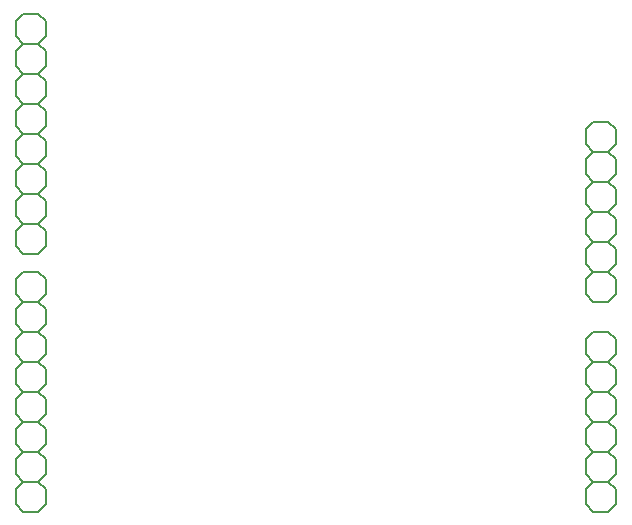
<source format=gbr>
G04 EAGLE Gerber RS-274X export*
G75*
%MOMM*%
%FSLAX34Y34*%
%LPD*%
%INSilkscreen Bottom*%
%IPPOS*%
%AMOC8*
5,1,8,0,0,1.08239X$1,22.5*%
G01*
%ADD10C,0.152400*%


D10*
X241300Y364490D02*
X241300Y351790D01*
X247650Y345440D01*
X260350Y345440D01*
X266700Y351790D01*
X241300Y389890D02*
X247650Y396240D01*
X241300Y389890D02*
X241300Y377190D01*
X247650Y370840D01*
X260350Y370840D01*
X266700Y377190D01*
X266700Y389890D01*
X260350Y396240D01*
X247650Y370840D02*
X241300Y364490D01*
X260350Y370840D02*
X266700Y364490D01*
X266700Y351790D01*
X241300Y427990D02*
X241300Y440690D01*
X241300Y427990D02*
X247650Y421640D01*
X260350Y421640D01*
X266700Y427990D01*
X247650Y421640D02*
X241300Y415290D01*
X241300Y402590D01*
X247650Y396240D01*
X260350Y396240D01*
X266700Y402590D01*
X266700Y415290D01*
X260350Y421640D01*
X241300Y466090D02*
X247650Y472440D01*
X241300Y466090D02*
X241300Y453390D01*
X247650Y447040D01*
X260350Y447040D01*
X266700Y453390D01*
X266700Y466090D01*
X260350Y472440D01*
X247650Y447040D02*
X241300Y440690D01*
X260350Y447040D02*
X266700Y440690D01*
X266700Y427990D01*
X241300Y504190D02*
X241300Y516890D01*
X241300Y504190D02*
X247650Y497840D01*
X260350Y497840D01*
X266700Y504190D01*
X247650Y497840D02*
X241300Y491490D01*
X241300Y478790D01*
X247650Y472440D01*
X260350Y472440D01*
X266700Y478790D01*
X266700Y491490D01*
X260350Y497840D01*
X260350Y523240D02*
X247650Y523240D01*
X241300Y516890D01*
X260350Y523240D02*
X266700Y516890D01*
X266700Y504190D01*
X241300Y339090D02*
X241300Y326390D01*
X247650Y320040D01*
X260350Y320040D01*
X266700Y326390D01*
X247650Y345440D02*
X241300Y339090D01*
X260350Y345440D02*
X266700Y339090D01*
X266700Y326390D01*
X241300Y146050D02*
X241300Y133350D01*
X247650Y127000D01*
X260350Y127000D01*
X266700Y133350D01*
X241300Y171450D02*
X247650Y177800D01*
X241300Y171450D02*
X241300Y158750D01*
X247650Y152400D01*
X260350Y152400D01*
X266700Y158750D01*
X266700Y171450D01*
X260350Y177800D01*
X247650Y152400D02*
X241300Y146050D01*
X260350Y152400D02*
X266700Y146050D01*
X266700Y133350D01*
X241300Y209550D02*
X241300Y222250D01*
X241300Y209550D02*
X247650Y203200D01*
X260350Y203200D01*
X266700Y209550D01*
X247650Y203200D02*
X241300Y196850D01*
X241300Y184150D01*
X247650Y177800D01*
X260350Y177800D01*
X266700Y184150D01*
X266700Y196850D01*
X260350Y203200D01*
X241300Y247650D02*
X247650Y254000D01*
X241300Y247650D02*
X241300Y234950D01*
X247650Y228600D01*
X260350Y228600D01*
X266700Y234950D01*
X266700Y247650D01*
X260350Y254000D01*
X247650Y228600D02*
X241300Y222250D01*
X260350Y228600D02*
X266700Y222250D01*
X266700Y209550D01*
X241300Y285750D02*
X241300Y298450D01*
X241300Y285750D02*
X247650Y279400D01*
X260350Y279400D01*
X266700Y285750D01*
X247650Y279400D02*
X241300Y273050D01*
X241300Y260350D01*
X247650Y254000D01*
X260350Y254000D01*
X266700Y260350D01*
X266700Y273050D01*
X260350Y279400D01*
X260350Y304800D02*
X247650Y304800D01*
X241300Y298450D01*
X260350Y304800D02*
X266700Y298450D01*
X266700Y285750D01*
X241300Y120650D02*
X241300Y107950D01*
X247650Y101600D01*
X260350Y101600D01*
X266700Y107950D01*
X247650Y127000D02*
X241300Y120650D01*
X260350Y127000D02*
X266700Y120650D01*
X266700Y107950D01*
X723900Y285750D02*
X723900Y298450D01*
X723900Y285750D02*
X730250Y279400D01*
X742950Y279400D02*
X749300Y285750D01*
X723900Y323850D02*
X730250Y330200D01*
X723900Y323850D02*
X723900Y311150D01*
X730250Y304800D01*
X742950Y304800D01*
X749300Y311150D01*
X749300Y323850D01*
X742950Y330200D01*
X730250Y304800D02*
X723900Y298450D01*
X742950Y304800D02*
X749300Y298450D01*
X749300Y285750D01*
X723900Y361950D02*
X723900Y374650D01*
X723900Y361950D02*
X730250Y355600D01*
X742950Y355600D01*
X749300Y361950D01*
X730250Y355600D02*
X723900Y349250D01*
X723900Y336550D01*
X730250Y330200D01*
X742950Y330200D01*
X749300Y336550D01*
X749300Y349250D01*
X742950Y355600D01*
X723900Y400050D02*
X730250Y406400D01*
X723900Y400050D02*
X723900Y387350D01*
X730250Y381000D01*
X742950Y381000D01*
X749300Y387350D01*
X749300Y400050D01*
X742950Y406400D01*
X730250Y381000D02*
X723900Y374650D01*
X742950Y381000D02*
X749300Y374650D01*
X749300Y361950D01*
X742950Y431800D02*
X730250Y431800D01*
X723900Y425450D01*
X723900Y412750D01*
X730250Y406400D01*
X742950Y406400D01*
X749300Y412750D01*
X749300Y425450D01*
X742950Y431800D01*
X723900Y120650D02*
X723900Y107950D01*
X730250Y101600D01*
X742950Y101600D01*
X749300Y107950D01*
X723900Y146050D02*
X730250Y152400D01*
X723900Y146050D02*
X723900Y133350D01*
X730250Y127000D01*
X742950Y127000D01*
X749300Y133350D01*
X749300Y146050D01*
X742950Y152400D01*
X730250Y127000D02*
X723900Y120650D01*
X742950Y127000D02*
X749300Y120650D01*
X749300Y107950D01*
X723900Y184150D02*
X723900Y196850D01*
X723900Y184150D02*
X730250Y177800D01*
X742950Y177800D01*
X749300Y184150D01*
X730250Y177800D02*
X723900Y171450D01*
X723900Y158750D01*
X730250Y152400D01*
X742950Y152400D01*
X749300Y158750D01*
X749300Y171450D01*
X742950Y177800D01*
X723900Y222250D02*
X730250Y228600D01*
X723900Y222250D02*
X723900Y209550D01*
X730250Y203200D01*
X742950Y203200D01*
X749300Y209550D01*
X749300Y222250D01*
X742950Y228600D01*
X730250Y203200D02*
X723900Y196850D01*
X742950Y203200D02*
X749300Y196850D01*
X749300Y184150D01*
X742950Y254000D02*
X730250Y254000D01*
X723900Y247650D01*
X723900Y234950D01*
X730250Y228600D01*
X742950Y228600D01*
X749300Y234950D01*
X749300Y247650D01*
X742950Y254000D01*
X742950Y279400D02*
X730250Y279400D01*
M02*

</source>
